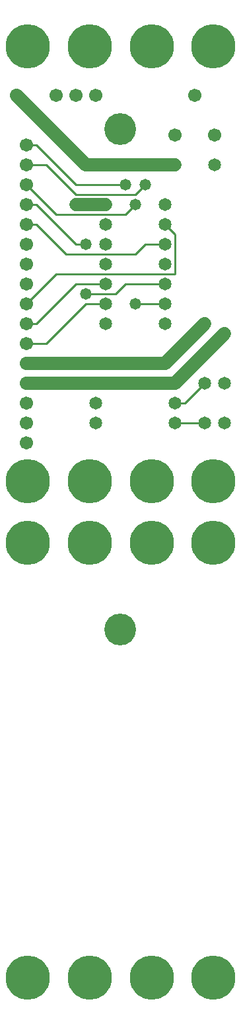
<source format=gbl>
%MOIN*%
%FSLAX25Y25*%
G04 D10 used for Character Trace; *
G04     Circle (OD=.01000) (No hole)*
G04 D11 used for Power Trace; *
G04     Circle (OD=.06700) (No hole)*
G04 D12 used for Signal Trace; *
G04     Circle (OD=.01100) (No hole)*
G04 D13 used for Via; *
G04     Circle (OD=.05800) (Round. Hole ID=.02800)*
G04 D14 used for Component hole; *
G04     Circle (OD=.06500) (Round. Hole ID=.03500)*
G04 D15 used for Component hole; *
G04     Circle (OD=.06700) (Round. Hole ID=.04300)*
G04 D16 used for Component hole; *
G04     Circle (OD=.08100) (Round. Hole ID=.05100)*
G04 D17 used for Component hole; *
G04     Circle (OD=.08900) (Round. Hole ID=.05900)*
G04 D18 used for Component hole; *
G04     Circle (OD=.11300) (Round. Hole ID=.08300)*
G04 D19 used for Component hole; *
G04     Circle (OD=.16000) (Round. Hole ID=.13000)*
G04 D20 used for Component hole; *
G04     Circle (OD=.18300) (Round. Hole ID=.15300)*
G04 D21 used for Component hole; *
G04     Circle (OD=.22291) (Round. Hole ID=.19291)*
%ADD10C,.01000*%
%ADD11C,.06700*%
%ADD12C,.01100*%
%ADD13C,.05800*%
%ADD14C,.06500*%
%ADD15C,.06700*%
%ADD16C,.08100*%
%ADD17C,.08900*%
%ADD18C,.11300*%
%ADD19C,.16000*%
%ADD20C,.18300*%
%ADD21C,.22291*%
%IPPOS*%
%LPD*%
G90*X0Y0D02*D21*X15625Y15625D03*X46875D03*        
X78125D03*X109375D03*D19*X62300Y190900D03*D21*    
X109375Y234375D03*X78125D03*X46875D03*X15625D03*  
X109375Y265625D03*X78125D03*X46875D03*X15625D03*  
D15*X15000Y285000D03*D14*X115000Y295000D03*       
X105000D03*D12*X90000D01*D14*D03*D12*Y305000D02*  
X95000D01*D14*X90000D03*D12*X95000D02*            
X105000Y315000D01*D14*D03*X115000D03*D11*         
X15000D02*X90000D01*D15*X15000D03*Y325000D03*D11* 
X85000D01*X105000Y345000D01*D13*D03*              
X115000Y340000D03*D11*X90000Y315000D01*D14*       
X85000Y345000D03*X55000D03*X85000Y355000D03*D12*  
X70000D01*D13*D03*D12*X45000Y360000D02*X60000D01* 
D13*X45000D03*D12*X20000Y345000D02*               
X40000Y365000D01*X15000Y345000D02*X20000D01*D15*  
X15000D03*D12*Y335000D02*X25000D01*D15*X15000D03* 
D12*X25000D02*X45000Y355000D01*X55000D01*D14*D03* 
D12*X60000Y360000D02*X65000Y365000D01*X85000D01*  
D14*D03*D12*X30000Y370000D02*X90000D01*           
X15000Y355000D02*X30000Y370000D01*D15*            
X15000Y355000D03*Y365000D03*Y375000D03*D12*       
X35000Y380000D02*X70000D01*X75000Y385000D01*      
X85000D01*D14*D03*D12*X90000Y370000D02*Y390000D01*
D14*X85000Y375000D03*D12*X90000Y390000D02*        
X85000Y395000D01*D14*D03*Y405000D03*D12*          
X40000Y410000D02*X70000D01*X40000D02*             
X25000Y425000D01*X15000D01*D15*D03*D12*           
X40000Y415000D02*X20000Y435000D01*                
X40000Y415000D02*X65000D01*D13*D03*D12*           
X70000Y410000D02*X75000Y415000D01*D13*D03*        
X70000Y405000D03*D12*X65000Y400000D01*X30000D01*  
X15000Y415000D01*D15*D03*Y405000D03*D12*X20000D01*
X40000Y385000D01*X45000D01*D13*D03*D14*           
X55000Y375000D03*Y395000D03*Y385000D03*D12*       
X35000Y380000D02*X20000Y395000D01*X15000D01*D15*  
D03*Y385000D03*D13*X40000Y405000D03*D11*X55000D01*
D14*D03*D11*X45000Y425000D02*X90000D01*D14*D03*   
D15*Y440000D03*D14*X110000Y425000D03*D15*         
Y440000D03*D19*X62300Y442900D03*D15*              
X100000Y460000D03*X50000D03*D11*X45000Y425000D02* 
X10000Y460000D01*D15*D03*X30000D03*D21*           
X15625Y484375D03*D15*X15000Y435000D03*D12*        
X20000D01*D15*X40000Y460000D03*D21*               
X46875Y484375D03*X78125D03*D12*X40000Y365000D02*  
X55000D01*D14*D03*D15*X15000Y305000D03*D14*       
X50000D03*D15*X15000Y295000D03*D14*X50000D03*D21* 
X109375Y484375D03*M02*                            

</source>
